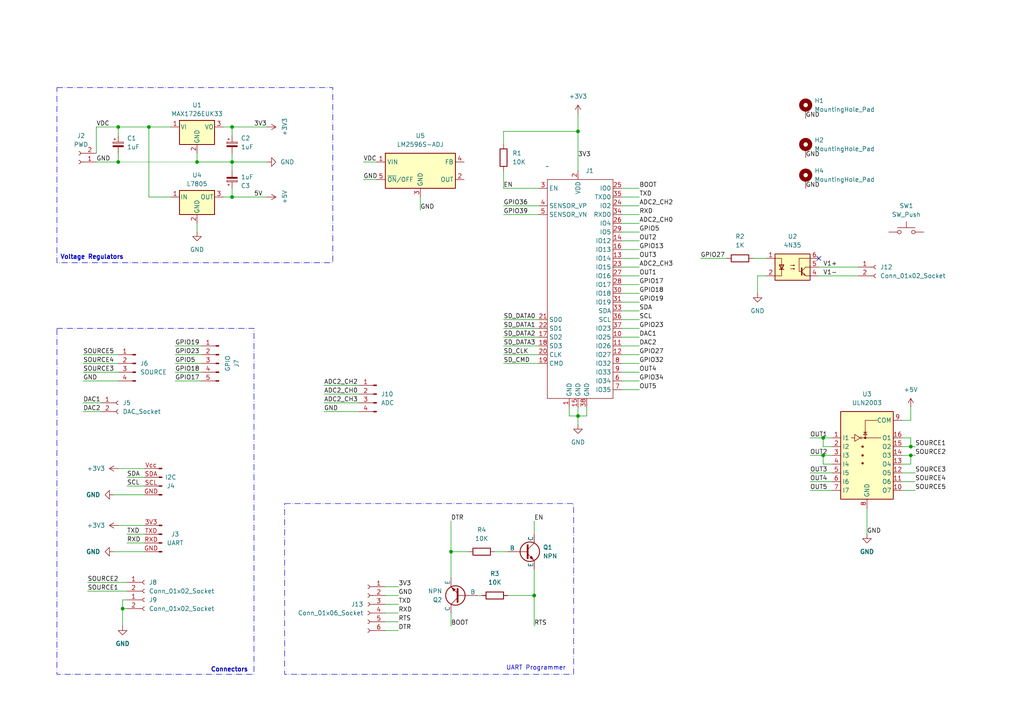
<source format=kicad_sch>
(kicad_sch (version 20231120) (generator "eeschema") (generator_version "8.0")
  (paper "A4")
  (lib_symbols
    (symbol "Alexander_Library_Symbols:Conn_I2C_01x04" (pin_names (offset 1.016) hide)
      (property "Reference" "J" (at 0 5.08 0))
      (property "Value" "I2C" (at 0 -7.62 0))
      (symbol "Conn_I2C_01x04_1_1"
        (polyline (pts (xy 1.27 -5.08) (xy 0.8636 -5.08)) (stroke (width 0.1524)))
        (polyline (pts (xy 1.27 -2.54) (xy 0.8636 -2.54)) (stroke (width 0.1524)))
        (polyline (pts (xy 1.27 0) (xy 0.8636 0)) (stroke (width 0.1524)))
        (polyline (pts (xy 1.27 2.54) (xy 0.8636 2.54)) (stroke (width 0.1524)))
        (rectangle (start 0.8636 -4.953) (end 0 -5.207) (stroke (width 0.1524)) (fill (type outline)))
        (rectangle (start 0.8636 -2.413) (end 0 -2.667) (stroke (width 0.1524)) (fill (type outline)))
        (rectangle (start 0.8636 0.127) (end 0 -0.127) (stroke (width 0.1524)) (fill (type outline)))
        (rectangle (start 0.8636 2.667) (end 0 2.413) (stroke (width 0.1524)) (fill (type outline)))
        (pin power_out line (at 5.08 -5.08 180) (length 3.81) (name "GND") (number "GND"))
        (pin bidirectional line (at 5.08 -2.54 180) (length 3.81) (name "SCL") (number "SCL"))
        (pin bidirectional line (at 5.08 0 180) (length 3.81) (name "SDA") (number "SDA"))
        (pin power_in line (at 5.08 2.54 180) (length 3.81) (name "VCC") (number "Vcc"))
      )
    )
    (symbol "Alexander_Library_Symbols:ESP32-WROOM-32D-SOCKET"
      (property "Reference" "J" (at 0 0 0))
      (symbol "ESP32-WROOM-32D-SOCKET_0_1"
        (rectangle (start 0 -3.81) (end 19.05 -67.31))
      )
      (symbol "ESP32-WROOM-32D-SOCKET_1_1"
        (pin power_out line (at 6.35 -69.85 90) (length 2.54) (name "GND") (number "1"))
        (pin bidirectional line (at 21.59 -49.53 180) (length 2.54) (name "IO25") (number "10"))
        (pin bidirectional line (at 21.59 -52.07 180) (length 2.54) (name "IO26") (number "11"))
        (pin bidirectional line (at 21.59 -54.61 180) (length 2.54) (name "IO27") (number "12"))
        (pin bidirectional line (at 21.59 -26.67 180) (length 2.54) (name "IO14") (number "13"))
        (pin bidirectional line (at 21.59 -21.59 180) (length 2.54) (name "IO12") (number "14"))
        (pin power_out line (at 8.89 -69.85 90) (length 2.54) (name "GND") (number "15"))
        (pin bidirectional line (at 21.59 -24.13 180) (length 2.54) (name "IO13") (number "16"))
        (pin input line (at -2.54 -49.53 0) (length 2.54) (name "SD2") (number "17"))
        (pin input line (at -2.54 -52.07 0) (length 2.54) (name "SD3") (number "18"))
        (pin input line (at -2.54 -57.15 0) (length 2.54) (name "CMD") (number "19"))
        (pin power_in line (at 8.89 -1.27 270) (length 2.54) (name "VDD") (number "2"))
        (pin input line (at -2.54 -54.61 0) (length 2.54) (name "CLK") (number "20"))
        (pin input line (at -2.54 -44.45 0) (length 2.54) (name "SD0") (number "21"))
        (pin input line (at -2.54 -46.99 0) (length 2.54) (name "SD1") (number "22"))
        (pin bidirectional line (at 21.59 -29.21 180) (length 2.54) (name "IO15") (number "23"))
        (pin bidirectional line (at 21.59 -11.43 180) (length 2.54) (name "IO2") (number "24"))
        (pin bidirectional line (at 21.59 -6.35 180) (length 2.54) (name "IO0") (number "25"))
        (pin bidirectional line (at 21.59 -16.51 180) (length 2.54) (name "IO4") (number "26"))
        (pin bidirectional line (at 21.59 -31.75 180) (length 2.54) (name "IO16") (number "27"))
        (pin bidirectional line (at 21.59 -34.29 180) (length 2.54) (name "IO17") (number "28"))
        (pin bidirectional line (at 21.59 -19.05 180) (length 2.54) (name "IO5") (number "29"))
        (pin input line (at -2.54 -6.35 0) (length 2.54) (name "EN") (number "3"))
        (pin bidirectional line (at 21.59 -36.83 180) (length 2.54) (name "IO18") (number "30"))
        (pin bidirectional line (at 21.59 -39.37 180) (length 2.54) (name "IO19") (number "31"))
        (pin bidirectional line (at 21.59 -41.91 180) (length 2.54) (name "SDA") (number "33"))
        (pin input line (at 21.59 -13.97 180) (length 2.54) (name "RXD0") (number "34"))
        (pin output line (at 21.59 -8.89 180) (length 2.54) (name "TXD0") (number "35"))
        (pin bidirectional line (at 21.59 -44.45 180) (length 2.54) (name "SCL") (number "36"))
        (pin bidirectional line (at 21.59 -46.99 180) (length 2.54) (name "IO23") (number "37"))
        (pin power_out line (at 11.43 -69.85 90) (length 2.54) (name "GND") (number "38"))
        (pin input line (at -2.54 -11.43 0) (length 2.54) (name "SENSOR_VP") (number "4"))
        (pin input line (at -2.54 -13.97 0) (length 2.54) (name "SENSOR_VN") (number "5"))
        (pin bidirectional line (at 21.59 -62.23 180) (length 2.54) (name "IO34") (number "6"))
        (pin bidirectional line (at 21.59 -64.77 180) (length 2.54) (name "IO35") (number "7"))
        (pin bidirectional line (at 21.59 -57.15 180) (length 2.54) (name "IO32") (number "8"))
        (pin bidirectional line (at 21.59 -59.69 180) (length 2.54) (name "IO33") (number "9"))
      )
    )
    (symbol "Conn_UART_1" (pin_names (offset 1.016) hide)
      (property "Reference" "J" (at 1.27 3.81 0))
      (property "Value" "UART" (at 2.54 -10.16 0))
      (symbol "Conn_UART_1_1_1"
        (polyline (pts (xy 1.27 -7.62) (xy 0.8636 -7.62)) (stroke (width 0.1524)))
        (polyline (pts (xy 1.27 -5.08) (xy 0.8636 -5.08)) (stroke (width 0.1524)))
        (polyline (pts (xy 1.27 -2.54) (xy 0.8636 -2.54)) (stroke (width 0.1524)))
        (polyline (pts (xy 1.27 0) (xy 0.8636 0)) (stroke (width 0.1524)))
        (rectangle (start 0.8636 -7.493) (end 0 -7.747) (stroke (width 0.1524)) (fill (type outline)))
        (rectangle (start 0.8636 -4.953) (end 0 -5.207) (stroke (width 0.1524)) (fill (type outline)))
        (rectangle (start 0.8636 -2.413) (end 0 -2.667) (stroke (width 0.1524)) (fill (type outline)))
        (rectangle (start 0.8636 0.127) (end 0 -0.127) (stroke (width 0.1524)) (fill (type outline)))
        (pin power_in line (at 5.08 0 180) (length 3.81) (name "3V3") (number "3V3"))
        (pin power_out line (at 5.08 -7.62 180) (length 3.81) (name "GND") (number "GND"))
        (pin input line (at 5.08 -5.08 180) (length 3.81) (name "RXD") (number "RXD"))
        (pin output line (at 5.08 -2.54 180) (length 3.81) (name "TXD") (number "TXD"))
      )
    )
    (symbol "Connector:Conn_01x02_Socket" (pin_names (offset 1.016) hide)
      (property "Reference" "J" (at 0 2.54 0))
      (property "Value" "Conn_01x02_Socket" (at 0 -5.08 0))
      (symbol "Conn_01x02_Socket_1_1"
        (arc (start 0 -2.032) (mid -0.5058 -2.54) (end 0 -3.048) (stroke (width 0.1524)))
        (polyline (pts (xy -1.27 -2.54) (xy -0.508 -2.54)) (stroke (width 0.1524)))
        (polyline (pts (xy -1.27 0) (xy -0.508 0)) (stroke (width 0.1524)))
        (arc (start 0 0.508) (mid -0.5058 0) (end 0 -0.508) (stroke (width 0.1524)))
        (pin passive line (at -5.08 0 0) (length 3.81) (name "Pin_1") (number "1"))
        (pin passive line (at -5.08 -2.54 0) (length 3.81) (name "Pin_2") (number "2"))
      )
    )
    (symbol "Connector:Conn_01x04_Pin" (pin_names (offset 1.016) hide)
      (property "Reference" "J" (at 0 5.08 0))
      (property "Value" "I2C" (at 0 -7.62 0))
      (symbol "Conn_01x04_Pin_1_1"
        (polyline (pts (xy 1.27 -5.08) (xy 0.8636 -5.08)) (stroke (width 0.1524)))
        (polyline (pts (xy 1.27 -2.54) (xy 0.8636 -2.54)) (stroke (width 0.1524)))
        (polyline (pts (xy 1.27 0) (xy 0.8636 0)) (stroke (width 0.1524)))
        (polyline (pts (xy 1.27 2.54) (xy 0.8636 2.54)) (stroke (width 0.1524)))
        (rectangle (start 0.8636 -4.953) (end 0 -5.207) (stroke (width 0.1524)) (fill (type outline)))
        (rectangle (start 0.8636 -2.413) (end 0 -2.667) (stroke (width 0.1524)) (fill (type outline)))
        (rectangle (start 0.8636 0.127) (end 0 -0.127) (stroke (width 0.1524)) (fill (type outline)))
        (rectangle (start 0.8636 2.667) (end 0 2.413) (stroke (width 0.1524)) (fill (type outline)))
        (pin passive line (at 5.08 2.54 180) (length 3.81) (name "Pin_1") (number "1"))
        (pin passive line (at 5.08 0 180) (length 3.81) (name "Pin_2") (number "2"))
        (pin passive line (at 5.08 -2.54 180) (length 3.81) (name "Pin_3") (number "3"))
        (pin passive line (at 5.08 -5.08 180) (length 3.81) (name "Pin_4") (number "4"))
      )
    )
    (symbol "Connector:Conn_01x05_Pin" (pin_names (offset 1.016) hide)
      (property "Reference" "J" (at 0 7.62 0))
      (property "Value" "Conn_01x05_Pin" (at 0 -7.62 0))
      (symbol "Conn_01x05_Pin_1_1"
        (polyline (pts (xy 1.27 -5.08) (xy 0.8636 -5.08)) (stroke (width 0.1524)))
        (polyline (pts (xy 1.27 -2.54) (xy 0.8636 -2.54)) (stroke (width 0.1524)))
        (polyline (pts (xy 1.27 0) (xy 0.8636 0)) (stroke (width 0.1524)))
        (polyline (pts (xy 1.27 2.54) (xy 0.8636 2.54)) (stroke (width 0.1524)))
        (polyline (pts (xy 1.27 5.08) (xy 0.8636 5.08)) (stroke (width 0.1524)))
        (rectangle (start 0.8636 -4.953) (end 0 -5.207) (stroke (width 0.1524)) (fill (type outline)))
        (rectangle (start 0.8636 -2.413) (end 0 -2.667) (stroke (width 0.1524)) (fill (type outline)))
        (rectangle (start 0.8636 0.127) (end 0 -0.127) (stroke (width 0.1524)) (fill (type outline)))
        (rectangle (start 0.8636 2.667) (end 0 2.413) (stroke (width 0.1524)) (fill (type outline)))
        (rectangle (start 0.8636 5.207) (end 0 4.953) (stroke (width 0.1524)) (fill (type outline)))
        (pin passive line (at 5.08 5.08 180) (length 3.81) (name "Pin_1") (number "1"))
        (pin passive line (at 5.08 2.54 180) (length 3.81) (name "Pin_2") (number "2"))
        (pin passive line (at 5.08 0 180) (length 3.81) (name "Pin_3") (number "3"))
        (pin passive line (at 5.08 -2.54 180) (length 3.81) (name "Pin_4") (number "4"))
        (pin passive line (at 5.08 -5.08 180) (length 3.81) (name "Pin_5") (number "5"))
      )
    )
    (symbol "Connector:Conn_01x06_Socket" (pin_names (offset 1.016) hide)
      (property "Reference" "J" (at 0 7.62 0))
      (property "Value" "Conn_01x06_Socket" (at 0 -10.16 0))
      (symbol "Conn_01x06_Socket_1_1"
        (arc (start 0 -7.112) (mid -0.5058 -7.62) (end 0 -8.128) (stroke (width 0.1524)))
        (arc (start 0 -4.572) (mid -0.5058 -5.08) (end 0 -5.588) (stroke (width 0.1524)))
        (arc (start 0 -2.032) (mid -0.5058 -2.54) (end 0 -3.048) (stroke (width 0.1524)))
        (polyline (pts (xy -1.27 -7.62) (xy -0.508 -7.62)) (stroke (width 0.1524)))
        (polyline (pts (xy -1.27 -5.08) (xy -0.508 -5.08)) (stroke (width 0.1524)))
        (polyline (pts (xy -1.27 -2.54) (xy -0.508 -2.54)) (stroke (width 0.1524)))
        (polyline (pts (xy -1.27 0) (xy -0.508 0)) (stroke (width 0.1524)))
        (polyline (pts (xy -1.27 2.54) (xy -0.508 2.54)) (stroke (width 0.1524)))
        (polyline (pts (xy -1.27 5.08) (xy -0.508 5.08)) (stroke (width 0.1524)))
        (arc (start 0 0.508) (mid -0.5058 0) (end 0 -0.508) (stroke (width 0.1524)))
        (arc (start 0 3.048) (mid -0.5058 2.54) (end 0 2.032) (stroke (width 0.1524)))
        (arc (start 0 5.588) (mid -0.5058 5.08) (end 0 4.572) (stroke (width 0.1524)))
        (pin passive line (at -5.08 5.08 0) (length 3.81) (name "Pin_1") (number "1"))
        (pin passive line (at -5.08 2.54 0) (length 3.81) (name "Pin_2") (number "2"))
        (pin passive line (at -5.08 0 0) (length 3.81) (name "Pin_3") (number "3"))
        (pin passive line (at -5.08 -2.54 0) (length 3.81) (name "Pin_4") (number "4"))
        (pin passive line (at -5.08 -5.08 0) (length 3.81) (name "Pin_5") (number "5"))
        (pin passive line (at -5.08 -7.62 0) (length 3.81) (name "Pin_6") (number "6"))
      )
    )
    (symbol "Device:C_Polarized_Small" (pin_numbers hide) (pin_names (offset 0.254) hide)
      (property "Reference" "C" (at 0.254 1.778 0))
      (property "Value" "C_Polarized_Small" (at 0.254 -2.032 0))
      (symbol "C_Polarized_Small_0_1"
        (rectangle (start -1.524 -0.3048) (end 1.524 -0.6858) (fill (type outline)))
        (rectangle (start -1.524 0.6858) (end 1.524 0.3048))
        (polyline (pts (xy -1.27 1.524) (xy -0.762 1.524)))
        (polyline (pts (xy -1.016 1.27) (xy -1.016 1.778)))
      )
      (symbol "C_Polarized_Small_1_1"
        (pin passive line (at 0 2.54 270) (length 1.8542) (name "~") (number "1"))
        (pin passive line (at 0 -2.54 90) (length 1.8542) (name "~") (number "2"))
      )
    )
    (symbol "Device:R" (pin_numbers hide) (pin_names (offset 0))
      (property "Reference" "R" (at 2.032 0 90))
      (property "Value" "R" (at 0 0 90))
      (symbol "R_0_1"
        (rectangle (start -1.016 -2.54) (end 1.016 2.54) (stroke (width 0.254)))
      )
      (symbol "R_1_1"
        (pin passive line (at 0 3.81 270) (length 1.27) (name "~") (number "1"))
        (pin passive line (at 0 -3.81 90) (length 1.27) (name "~") (number "2"))
      )
    )
    (symbol "GND_1" (power) (pin_numbers hide) (pin_names (offset 0) hide)
      (property "Value" "GND" (at 0 -3.81 0))
      (symbol "GND_1_0_1"
        (polyline (pts (xy 0 0) (xy 0 -1.27) (xy 1.27 -1.27) (xy 0 -2.54) (xy -1.27 -1.27) (xy 0 -1.27)))
      )
      (symbol "GND_1_1_1"
        (pin power_in line (at 0 0 270) (length 0) (name "~") (number "1"))
      )
    )
    (symbol "GND_2" (power) (pin_numbers hide) (pin_names (offset 0) hide)
      (property "Value" "GND" (at 0 -3.81 0))
      (symbol "GND_2_0_1"
        (polyline (pts (xy 0 0) (xy 0 -1.27) (xy 1.27 -1.27) (xy 0 -2.54) (xy -1.27 -1.27) (xy 0 -1.27)))
      )
      (symbol "GND_2_1_1"
        (pin power_in line (at 0 0 270) (length 0) (name "~") (number "1"))
      )
    )
    (symbol "Isolator:4N35" (pin_names (offset 1.016))
      (property "Reference" "U" (at -5.08 5.08 0))
      (property "Value" "4N35" (at 0 5.08 0))
      (symbol "4N35_0_1"
        (rectangle (start -5.08 3.81) (end 5.08 -3.81) (stroke (width 0.254)) (fill (type background)))
        (polyline (pts (xy -3.81 -0.635) (xy -2.54 -0.635)) (stroke (width 0.254)))
        (polyline (pts (xy 2.667 -1.397) (xy 3.81 -2.54)))
        (polyline (pts (xy 2.667 -1.143) (xy 3.81 0)))
        (polyline (pts (xy 3.81 -2.54) (xy 5.08 -2.54)))
        (polyline (pts (xy 3.81 0) (xy 5.08 0)))
        (polyline (pts (xy 2.667 -0.254) (xy 2.667 -2.286) (xy 2.667 -2.286)) (stroke (width 0.3556)))
        (polyline (pts (xy -5.08 -2.54) (xy -3.175 -2.54) (xy -3.175 2.54) (xy -5.08 2.54)))
        (polyline (pts (xy -3.175 -0.635) (xy -3.81 0.635) (xy -2.54 0.635) (xy -3.175 -0.635)) (stroke (width 0.254)))
        (polyline (pts (xy 3.683 -2.413) (xy 3.429 -1.905) (xy 3.175 -2.159) (xy 3.683 -2.413)))
        (polyline (pts (xy 5.08 2.54) (xy 1.905 2.54) (xy 1.905 -1.27) (xy 2.54 -1.27)))
        (polyline (pts (xy -0.635 -0.508) (xy 0.635 -0.508) (xy 0.254 -0.635) (xy 0.254 -0.381) (xy 0.635 -0.508)))
        (polyline (pts (xy -0.635 0.508) (xy 0.635 0.508) (xy 0.254 0.381) (xy 0.254 0.635) (xy 0.635 0.508)))
      )
      (symbol "4N35_1_1"
        (pin passive line (at -7.62 2.54 0) (length 2.54) (name "~") (number "1"))
        (pin passive line (at -7.62 -2.54 0) (length 2.54) (name "~") (number "2"))
        (pin no_connect line (at -5.08 0 0) (length 2.54) hide (name "NC") (number "3"))
        (pin passive line (at 7.62 -2.54 180) (length 2.54) (name "~") (number "4"))
        (pin passive line (at 7.62 0 180) (length 2.54) (name "~") (number "5"))
        (pin passive line (at 7.62 2.54 180) (length 2.54) (name "~") (number "6"))
      )
    )
    (symbol "Mechanical:MountingHole_Pad" (pin_numbers hide) (pin_names (offset 1.016) hide)
      (property "Reference" "H" (at 0 6.35 0))
      (property "Value" "MountingHole_Pad" (at 0 4.445 0))
      (symbol "MountingHole_Pad_0_1"
        (circle (center 0 1.27) (radius 1.27) (stroke (width 1.27)))
      )
      (symbol "MountingHole_Pad_1_1"
        (pin input line (at 0 -2.54 90) (length 2.54) (name "1") (number "1"))
      )
    )
    (symbol "Regulator_Linear:L7805" (pin_names (offset 0.254))
      (property "Reference" "U4" (at 0 6.35 0))
      (property "Value" "L7805" (at 0 3.81 0))
      (symbol "L7805_0_1"
        (rectangle (start -5.08 1.905) (end 5.08 -5.08) (stroke (width 0.254)) (fill (type background)))
      )
      (symbol "L7805_1_1"
        (pin power_in line (at -7.62 0 0) (length 2.54) (name "IN") (number "1"))
        (pin power_in line (at 0 -7.62 90) (length 2.54) (name "GND") (number "2"))
        (pin power_out line (at 7.62 0 180) (length 2.54) (name "OUT") (number "3"))
      )
    )
    (symbol "Regulator_Linear:LM78M05_TO220" (pin_names (offset 0.254))
      (property "Reference" "U" (at -3.81 3.175 0))
      (property "Value" "LM78M05_TO220" (at 0 3.175 0))
      (symbol "LM78M05_TO220_0_1"
        (rectangle (start -5.08 1.905) (end 5.08 -5.08) (stroke (width 0.254)) (fill (type background)))
      )
      (symbol "LM78M05_TO220_1_1"
        (pin power_in line (at -7.62 0 0) (length 2.54) (name "VI") (number "1"))
        (pin power_in line (at 0 -7.62 90) (length 2.54) (name "GND") (number "2"))
        (pin power_out line (at 7.62 0 180) (length 2.54) (name "VO") (number "3"))
      )
    )
    (symbol "Regulator_Switching:LM2596S-ADJ"
      (property "Reference" "U" (at -10.16 6.35 0))
      (property "Value" "LM2596S-ADJ" (at 0 6.35 0))
      (symbol "LM2596S-ADJ_0_1"
        (rectangle (start -10.16 5.08) (end 10.16 -5.08) (stroke (width 0.254)) (fill (type background)))
      )
      (symbol "LM2596S-ADJ_1_1"
        (pin power_in line (at -12.7 2.54 0) (length 2.54) (name "VIN") (number "1"))
        (pin output line (at 12.7 -2.54 180) (length 2.54) (name "OUT") (number "2"))
        (pin power_in line (at 0 -7.62 90) (length 2.54) (name "GND") (number "3"))
        (pin input line (at 12.7 2.54 180) (length 2.54) (name "FB") (number "4"))
        (pin input line (at -12.7 -2.54 0) (length 2.54) (name "~{ON}/OFF") (number "5"))
      )
    )
    (symbol "Simulation_SPICE:NPN" (pin_numbers hide) (pin_names (offset 0))
      (property "Reference" "Q" (at -2.54 7.62 0))
      (property "Value" "NPN" (at -2.54 5.08 0))
      (symbol "NPN_0_1"
        (polyline (pts (xy -2.54 0) (xy 0.635 0)) (stroke (width 0.1524)))
        (polyline (pts (xy 0.635 0.635) (xy 2.54 2.54)))
        (polyline (pts (xy 2.794 -1.27) (xy 2.794 -1.27)) (stroke (width 0.1524)))
        (polyline (pts (xy 2.794 -1.27) (xy 2.794 -1.27)) (stroke (width 0.1524)))
        (polyline (pts (xy 0.635 -0.635) (xy 2.54 -2.54) (xy 2.54 -2.54)))
        (polyline (pts (xy 0.635 1.905) (xy 0.635 -1.905) (xy 0.635 -1.905)) (stroke (width 0.508)))
        (polyline (pts (xy 1.27 -1.778) (xy 1.778 -1.27) (xy 2.286 -2.286) (xy 1.27 -1.778) (xy 1.27 -1.778)) (fill (type outline)))
        (circle (center 1.27 0) (radius 2.8194) (stroke (width 0.254)))
      )
      (symbol "NPN_1_1"
        (pin open_collector line (at 2.54 5.08 270) (length 2.54) (name "C") (number "1"))
        (pin input line (at -5.08 0 0) (length 2.54) (name "B") (number "2"))
        (pin open_emitter line (at 2.54 -5.08 90) (length 2.54) (name "E") (number "3"))
      )
    )
    (symbol "Switch:SW_Push" (pin_numbers hide) (pin_names (offset 1.016) hide)
      (property "Reference" "SW" (at 1.27 2.54 0))
      (property "Value" "SW_Push" (at 0 -1.524 0))
      (symbol "SW_Push_0_1"
        (circle (center -2.032 0) (radius 0.508))
        (polyline (pts (xy 0 1.27) (xy 0 3.048)))
        (polyline (pts (xy 2.54 1.27) (xy -2.54 1.27)))
        (circle (center 2.032 0) (radius 0.508))
        (pin passive line (at -5.08 0 0) (length 2.54) (name "1") (number "1"))
        (pin passive line (at 5.08 0 180) (length 2.54) (name "2") (number "2"))
      )
    )
    (symbol "Transistor_Array:ULN2003"
      (property "Reference" "U" (at 0 15.875 0))
      (property "Value" "ULN2003" (at 0 13.97 0))
      (symbol "ULN2003_0_1"
        (rectangle (start -7.62 -12.7) (end 7.62 12.7) (stroke (width 0.254)) (fill (type background)))
        (circle (center -1.778 5.08) (radius 0.254))
        (circle (center -1.27 -2.286) (radius 0.254) (fill (type outline)))
        (circle (center -1.27 0) (radius 0.254) (fill (type outline)))
        (circle (center -1.27 2.54) (radius 0.254) (fill (type outline)))
        (circle (center -0.508 5.08) (radius 0.254) (fill (type outline)))
        (polyline (pts (xy -4.572 5.08) (xy -3.556 5.08)))
        (polyline (pts (xy -1.524 5.08) (xy 4.064 5.08)))
        (polyline (pts (xy 0 6.731) (xy -1.016 6.731)))
        (polyline (pts (xy -0.508 5.08) (xy -0.508 10.16) (xy 2.921 10.16)))
        (polyline (pts (xy -3.556 6.096) (xy -3.556 4.064) (xy -2.032 5.08) (xy -3.556 6.096)))
        (polyline (pts (xy 0 5.969) (xy -1.016 5.969) (xy -0.508 6.731) (xy 0 5.969)))
      )
      (symbol "ULN2003_1_1"
        (pin input line (at -10.16 5.08 0) (length 2.54) (name "I1") (number "1"))
        (pin open_collector line (at 10.16 -10.16 180) (length 2.54) (name "O7") (number "10"))
        (pin open_collector line (at 10.16 -7.62 180) (length 2.54) (name "O6") (number "11"))
        (pin open_collector line (at 10.16 -5.08 180) (length 2.54) (name "O5") (number "12"))
        (pin open_collector line (at 10.16 -2.54 180) (length 2.54) (name "O4") (number "13"))
        (pin open_collector line (at 10.16 0 180) (length 2.54) (name "O3") (number "14"))
        (pin open_collector line (at 10.16 2.54 180) (length 2.54) (name "O2") (number "15"))
        (pin open_collector line (at 10.16 5.08 180) (length 2.54) (name "O1") (number "16"))
        (pin input line (at -10.16 2.54 0) (length 2.54) (name "I2") (number "2"))
        (pin input line (at -10.16 0 0) (length 2.54) (name "I3") (number "3"))
        (pin input line (at -10.16 -2.54 0) (length 2.54) (name "I4") (number "4"))
        (pin input line (at -10.16 -5.08 0) (length 2.54) (name "I5") (number "5"))
        (pin input line (at -10.16 -7.62 0) (length 2.54) (name "I6") (number "6"))
        (pin input line (at -10.16 -10.16 0) (length 2.54) (name "I7") (number "7"))
        (pin power_in line (at 0 -15.24 90) (length 2.54) (name "GND") (number "8"))
        (pin passive line (at 10.16 10.16 180) (length 2.54) (name "COM") (number "9"))
      )
    )
    (symbol "power:+3V3" (power) (pin_names (offset 0))
      (property "Value" "+3V3" (at 0 3.556 0))
      (symbol "+3V3_0_1"
        (polyline (pts (xy -0.762 1.27) (xy 0 2.54)))
        (polyline (pts (xy 0 0) (xy 0 2.54)))
        (polyline (pts (xy 0 2.54) (xy 0.762 1.27)))
      )
      (symbol "+3V3_1_1"
        (pin power_in line (at 0 0 90) (length 0) hide (name "+3V3") (number "1"))
      )
    )
    (symbol "power:+5V" (power) (pin_names (offset 0))
      (property "Value" "+5V" (at 0 3.556 0))
      (symbol "+5V_0_1"
        (polyline (pts (xy -0.762 1.27) (xy 0 2.54)))
        (polyline (pts (xy 0 0) (xy 0 2.54)))
        (polyline (pts (xy 0 2.54) (xy 0.762 1.27)))
      )
      (symbol "+5V_1_1"
        (pin power_in line (at 0 0 90) (length 0) hide (name "+5V") (number "1"))
      )
    )
    (symbol "power:GND" (power) (pin_names (offset 0))
      (property "Value" "GND" (at 0 -3.81 0))
      (symbol "GND_0_1"
        (polyline (pts (xy 0 0) (xy 0 -1.27) (xy 1.27 -1.27) (xy 0 -2.54) (xy -1.27 -1.27) (xy 0 -1.27)))
      )
      (symbol "GND_1_1"
        (pin power_in line (at 0 0 270) (length 0) hide (name "GND") (number "1"))
      )
    )
  )
  (junction (at 57.15 46.99))
  (junction (at 67.31 46.99))
  (junction (at 34.29 46.99))
  (junction (at 167.64 38.1))
  (junction (at 264.16 129.54))
  (junction (at 67.31 57.15))
  (junction (at 238.76 132.08))
  (junction (at 130.81 160.02))
  (junction (at 43.18 36.83))
  (junction (at 154.94 172.72))
  (junction (at 264.16 132.08))
  (junction (at 67.31 36.83))
  (junction (at 34.29 36.83))
  (junction (at 238.76 127))
  (junction (at 167.64 120.65))
  (junction (at 35.56 176.53))
  (no_connect (at 237.49 74.93))
  (wire (pts (xy 180.34 59.69) (xy 185.42 59.69)))
  (wire (pts (xy 57.15 64.77) (xy 57.15 67.31)))
  (wire (pts (xy 146.05 102.87) (xy 156.21 102.87)))
  (wire (pts (xy 35.56 173.99) (xy 35.56 176.53)))
  (wire (pts (xy 36.83 140.97) (xy 41.91 140.97)))
  (wire (pts (xy 111.76 180.34) (xy 115.57 180.34)))
  (wire (pts (xy 25.4 168.91) (xy 36.83 168.91)))
  (wire (pts (xy 180.34 64.77) (xy 185.42 64.77)))
  (wire (pts (xy 130.81 160.02) (xy 135.89 160.02)))
  (wire (pts (xy 146.05 100.33) (xy 156.21 100.33)))
  (wire (pts (xy 49.53 57.15) (xy 43.18 57.15)))
  (wire (pts (xy 36.83 154.94) (xy 41.91 154.94)))
  (wire (pts (xy 154.94 151.13) (xy 154.94 154.94)))
  (wire (pts (xy 167.64 33.02) (xy 167.64 38.1)))
  (wire (pts (xy 180.34 80.01) (xy 185.42 80.01)))
  (wire (pts (xy 180.34 82.55) (xy 185.42 82.55)))
  (wire (pts (xy 34.29 135.89) (xy 41.91 135.89)))
  (wire (pts (xy 143.51 160.02) (xy 147.32 160.02)))
  (wire (pts (xy 57.15 44.45) (xy 57.15 46.99)))
  (wire (pts (xy 104.14 114.3) (xy 93.98 114.3)))
  (wire (pts (xy 180.34 105.41) (xy 185.42 105.41)))
  (wire (pts (xy 34.29 107.95) (xy 24.13 107.95)))
  (wire (pts (xy 234.95 137.16) (xy 241.3 137.16)))
  (wire (pts (xy 165.1 120.65) (xy 167.64 120.65)))
  (wire (pts (xy 58.42 102.87) (xy 50.8 102.87)))
  (wire (pts (xy 67.31 44.45) (xy 67.31 46.99)))
  (wire (pts (xy 241.3 134.62) (xy 238.76 134.62)))
  (wire (pts (xy 34.29 102.87) (xy 24.13 102.87)))
  (wire (pts (xy 180.34 54.61) (xy 185.42 54.61)))
  (wire (pts (xy 264.16 121.92) (xy 261.62 121.92)))
  (wire (pts (xy 58.42 105.41) (xy 50.8 105.41)))
  (wire (pts (xy 121.92 57.15) (xy 121.92 60.96)))
  (wire (pts (xy 180.34 107.95) (xy 185.42 107.95)))
  (wire (pts (xy 234.95 139.7) (xy 241.3 139.7)))
  (wire (pts (xy 156.21 54.61) (xy 146.05 54.61)))
  (wire (pts (xy 111.76 182.88) (xy 115.57 182.88)))
  (wire (pts (xy 165.1 118.11) (xy 165.1 120.65)))
  (wire (pts (xy 43.18 36.83) (xy 49.53 36.83)))
  (wire (pts (xy 24.13 116.84) (xy 29.21 116.84)))
  (wire (pts (xy 146.05 62.23) (xy 156.21 62.23)))
  (wire (pts (xy 146.05 38.1) (xy 146.05 41.91)))
  (wire (pts (xy 105.41 52.07) (xy 109.22 52.07)))
  (wire (pts (xy 35.56 176.53) (xy 36.83 176.53)))
  (wire (pts (xy 34.29 152.4) (xy 41.91 152.4)))
  (wire (pts (xy 34.29 36.83) (xy 34.29 39.37)))
  (wire (pts (xy 261.62 139.7) (xy 265.43 139.7)))
  (wire (pts (xy 34.29 44.45) (xy 34.29 46.99)))
  (wire (pts (xy 167.64 120.65) (xy 167.64 123.19)))
  (wire (pts (xy 146.05 95.25) (xy 156.21 95.25)))
  (wire (pts (xy 264.16 118.11) (xy 264.16 121.92)))
  (wire (pts (xy 25.4 171.45) (xy 36.83 171.45)))
  (wire (pts (xy 261.62 132.08) (xy 264.16 132.08)))
  (wire (pts (xy 146.05 92.71) (xy 156.21 92.71)))
  (wire (pts (xy 180.34 110.49) (xy 185.42 110.49)))
  (wire (pts (xy 237.49 80.01) (xy 248.92 80.01)))
  (wire (pts (xy 24.13 110.49) (xy 34.29 110.49)))
  (wire (pts (xy 43.18 36.83) (xy 43.18 57.15)))
  (wire (pts (xy 218.44 74.93) (xy 222.25 74.93)))
  (wire (pts (xy 36.83 173.99) (xy 35.56 173.99)))
  (wire (pts (xy 67.31 57.15) (xy 77.47 57.15)))
  (wire (pts (xy 67.31 46.99) (xy 77.47 46.99)))
  (wire (pts (xy 154.94 165.1) (xy 154.94 172.72)))
  (wire (pts (xy 264.16 129.54) (xy 264.16 127)))
  (wire (pts (xy 180.34 95.25) (xy 185.42 95.25)))
  (wire (pts (xy 180.34 102.87) (xy 185.42 102.87)))
  (wire (pts (xy 64.77 57.15) (xy 67.31 57.15)))
  (wire (pts (xy 241.3 132.08) (xy 238.76 132.08)))
  (wire (pts (xy 41.91 143.51) (xy 33.02 143.51)))
  (wire (pts (xy 261.62 129.54) (xy 264.16 129.54)))
  (wire (pts (xy 36.83 157.48) (xy 41.91 157.48)))
  (wire (pts (xy 234.95 142.24) (xy 241.3 142.24)))
  (wire (pts (xy 146.05 38.1) (xy 167.64 38.1)))
  (wire (pts (xy 67.31 46.99) (xy 67.31 49.53)))
  (wire (pts (xy 180.34 57.15) (xy 185.42 57.15)))
  (wire (pts (xy 64.77 36.83) (xy 67.31 36.83)))
  (wire (pts (xy 180.34 100.33) (xy 185.42 100.33)))
  (wire (pts (xy 58.42 107.95) (xy 50.8 107.95)))
  (wire (pts (xy 251.46 147.32) (xy 251.46 154.94)))
  (wire (pts (xy 105.41 46.99) (xy 109.22 46.99)))
  (wire (pts (xy 264.16 132.08) (xy 265.43 132.08)))
  (wire (pts (xy 111.76 175.26) (xy 115.57 175.26)))
  (wire (pts (xy 57.15 46.99) (xy 67.31 46.99)))
  (wire (pts (xy 154.94 172.72) (xy 154.94 181.61)))
  (wire (pts (xy 111.76 177.8) (xy 115.57 177.8)))
  (wire (pts (xy 237.49 77.47) (xy 248.92 77.47)))
  (wire (pts (xy 180.34 87.63) (xy 185.42 87.63)))
  (wire (pts (xy 261.62 127) (xy 264.16 127)))
  (wire (pts (xy 146.05 105.41) (xy 156.21 105.41)))
  (wire (pts (xy 67.31 39.37) (xy 67.31 36.83)))
  (wire (pts (xy 180.34 62.23) (xy 185.42 62.23)))
  (wire (pts (xy 27.94 36.83) (xy 34.29 36.83)))
  (wire (pts (xy 180.34 72.39) (xy 185.42 72.39)))
  (wire (pts (xy 180.34 90.17) (xy 185.42 90.17)))
  (wire (pts (xy 264.16 129.54) (xy 265.43 129.54)))
  (wire (pts (xy 154.94 172.72) (xy 147.32 172.72)))
  (wire (pts (xy 130.81 151.13) (xy 130.81 160.02)))
  (wire (pts (xy 146.05 59.69) (xy 156.21 59.69)))
  (wire (pts (xy 41.91 160.02) (xy 33.02 160.02)))
  (wire (pts (xy 180.34 77.47) (xy 185.42 77.47)))
  (wire (pts (xy 203.2 74.93) (xy 210.82 74.93)))
  (wire (pts (xy 261.62 134.62) (xy 264.16 134.62)))
  (wire (pts (xy 180.34 69.85) (xy 185.42 69.85)))
  (wire (pts (xy 180.34 97.79) (xy 185.42 97.79)))
  (wire (pts (xy 180.34 113.03) (xy 185.42 113.03)))
  (wire (pts (xy 67.31 54.61) (xy 67.31 57.15)))
  (wire (pts (xy 264.16 134.62) (xy 264.16 132.08)))
  (wire (pts (xy 167.64 38.1) (xy 167.64 49.53)))
  (wire (pts (xy 138.43 172.72) (xy 139.7 172.72)))
  (wire (pts (xy 238.76 134.62) (xy 238.76 132.08)))
  (wire (pts (xy 219.71 85.09) (xy 219.71 80.01)))
  (wire (pts (xy 180.34 74.93) (xy 185.42 74.93)))
  (wire (pts (xy 24.13 119.38) (xy 29.21 119.38)))
  (wire (pts (xy 35.56 176.53) (xy 35.56 181.61)))
  (wire (pts (xy 170.18 120.65) (xy 167.64 120.65)))
  (wire (pts (xy 238.76 129.54) (xy 238.76 127)))
  (wire (pts (xy 130.81 177.8) (xy 130.81 181.61)))
  (wire (pts (xy 234.95 132.08) (xy 238.76 132.08)))
  (wire (pts (xy 180.34 67.31) (xy 185.42 67.31)))
  (wire (pts (xy 111.76 172.72) (xy 115.57 172.72)))
  (wire (pts (xy 241.3 127) (xy 238.76 127)))
  (wire (pts (xy 170.18 118.11) (xy 170.18 120.65)))
  (wire (pts (xy 261.62 137.16) (xy 265.43 137.16)))
  (wire (pts (xy 104.14 111.76) (xy 93.98 111.76)))
  (wire (pts (xy 234.95 127) (xy 238.76 127)))
  (wire (pts (xy 180.34 85.09) (xy 185.42 85.09)))
  (wire (pts (xy 58.42 110.49) (xy 50.8 110.49)))
  (wire (pts (xy 36.83 138.43) (xy 41.91 138.43)))
  (wire (pts (xy 180.34 92.71) (xy 185.42 92.71)))
  (wire (pts (xy 34.29 36.83) (xy 43.18 36.83)))
  (wire (pts (xy 111.76 170.18) (xy 115.57 170.18)))
  (wire (pts (xy 93.98 119.38) (xy 104.14 119.38)))
  (wire (pts (xy 146.05 97.79) (xy 156.21 97.79)))
  (wire (pts (xy 130.81 160.02) (xy 130.81 167.64)))
  (wire (pts (xy 146.05 49.53) (xy 146.05 54.61)))
  (wire (pts (xy 58.42 100.33) (xy 50.8 100.33)))
  (wire (pts (xy 261.62 142.24) (xy 265.43 142.24)))
  (wire (pts (xy 67.31 36.83) (xy 77.47 36.83)))
  (wire (pts (xy 27.94 46.99) (xy 34.29 46.99)))
  (wire (pts (xy 34.29 105.41) (xy 24.13 105.41)))
  (wire (pts (xy 219.71 80.01) (xy 222.25 80.01)))
  (wire (pts (xy 241.3 129.54) (xy 238.76 129.54)))
  (wire (pts (xy 167.64 118.11) (xy 167.64 120.65)))
  (wire (pts (xy 104.14 116.84) (xy 93.98 116.84)))
  (wire (pts (xy 34.29 46.99) (xy 57.15 46.99)) (stroke (width 0.0254)))
  (wire (pts (xy 27.94 36.83) (xy 27.94 44.45)))
  (rectangle (start 82.55 146.05) (end 166.37 195.58) (stroke (width 0) (type dash_dot)))
  (rectangle (start 16.51 95.25) (end 73.66 195.58) (stroke (width 0) (type dash_dot)))
  (rectangle (start 16.51 25.4) (end 96.52 76.2) (stroke (width 0) (type dash_dot)))
  (text "Voltage Regulators" (at 26.67 73.914 0) (effects (font (size 1.27 1.27) (thickness 0.254) (bold yes)) (justify top)))
  (text "UART Programmer" (at 155.448 193.802 0) (effects (font (size 1.27 1.27))))
  (text "Connectors\n" (at 66.548 194.31 0) (effects (font (size 1.27 1.27) (thickness 0.254) (bold yes))))
  (label "SOURCE5" (at 265.43 142.24 0))
  (label "GND" (at 233.68 34.29 0))
  (label "GND" (at 24.13 110.49 0))
  (label "SOURCE5" (at 24.13 102.87 0))
  (label "OUT5" (at 234.95 142.24 0))
  (label "SOURCE4" (at 24.13 105.41 0))
  (label "SD_DATA1" (at 146.05 95.25 0))
  (label "SOURCE1" (at 25.4 171.45 0))
  (label "TXD" (at 115.57 175.26 0))
  (label "GPIO27" (at 185.42 102.87 0))
  (label "GPIO5" (at 185.42 67.31 0))
  (label "SOURCE3" (at 24.13 107.95 0))
  (label "RTS" (at 154.94 181.61 0))
  (label "ADC2_CH2" (at 185.42 59.69 0))
  (label "OUT1" (at 185.42 80.01 0))
  (label "GND" (at 105.41 52.07 0))
  (label "OUT2" (at 185.42 69.85 0))
  (label "3V3" (at 115.57 170.18 0))
  (label "SD_DATA0" (at 146.05 92.71 0))
  (label "EN" (at 154.94 151.13 0))
  (label "GPIO23" (at 185.42 95.25 0))
  (label "VDC" (at 27.94 36.83 0))
  (label "GPIO13" (at 185.42 72.39 0))
  (label "SD_CLK" (at 146.05 102.87 0))
  (label "DAC2" (at 24.13 119.38 0))
  (label "TXD" (at 185.42 57.15 0))
  (label "OUT2" (at 234.95 132.08 0))
  (label "ADC2_CH2" (at 93.98 111.76 0))
  (label "SDA" (at 185.42 90.17 0))
  (label "GND" (at 121.92 60.96 0))
  (label "SD_CMD" (at 146.05 105.41 0))
  (label "ADC2_CH0" (at 93.98 114.3 0))
  (label "SD_DATA3" (at 146.05 100.33 0))
  (label "GPIO17" (at 185.42 82.55 0))
  (label "GPIO23" (at 50.8 102.87 0))
  (label "GPIO5" (at 50.8 105.41 0))
  (label "DTR" (at 130.81 151.13 0))
  (label "SD_DATA2" (at 146.05 97.79 0))
  (label "GPIO34" (at 185.42 110.49 0))
  (label "OUT3" (at 185.42 74.93 0))
  (label "GND" (at 93.98 119.38 0))
  (label "RTS" (at 115.57 180.34 0))
  (label "SCL" (at 185.42 92.71 0))
  (label "GPIO18" (at 185.42 85.09 0))
  (label "V1-" (at 238.76 80.01 0))
  (label "BOOT" (at 130.81 181.61 0))
  (label "RXD" (at 36.83 157.48 0))
  (label "VDC" (at 105.41 46.99 0))
  (label "GPIO27" (at 203.2 74.93 0))
  (label "SCL" (at 36.83 140.97 0))
  (label "GND" (at 115.57 172.72 0))
  (label "OUT4" (at 185.42 107.95 0))
  (label "3V3" (at 167.64 45.72 0))
  (label "ADC2_CH3" (at 185.42 77.47 0))
  (label "OUT5" (at 185.42 113.03 0))
  (label "GPIO39" (at 146.05 62.23 0))
  (label "SOURCE1" (at 265.43 129.54 0))
  (label "OUT3" (at 234.95 137.16 0))
  (label "GND" (at 233.68 45.72 0))
  (label "GPIO17" (at 50.8 110.49 0))
  (label "GPIO18" (at 50.8 107.95 0))
  (label "SOURCE2" (at 265.43 132.08 0))
  (label "BOOT" (at 185.42 54.61 0))
  (label "RXD" (at 115.57 177.8 0))
  (label "SOURCE3" (at 265.43 137.16 0))
  (label "OUT4" (at 234.95 139.7 0))
  (label "DTR" (at 115.57 182.88 0))
  (label "ADC2_CH0" (at 185.42 64.77 0))
  (label "5V" (at 73.66 57.15 0))
  (label "ADC2_CH3" (at 93.98 116.84 0))
  (label "GND" (at 233.68 54.61 0))
  (label "GPIO32" (at 185.42 105.41 0))
  (label "DAC2" (at 185.42 100.33 0))
  (label "DAC1" (at 185.42 97.79 0))
  (label "3V3" (at 73.66 36.83 0))
  (label "SDA" (at 36.83 138.43 0))
  (label "GPIO19" (at 50.8 100.33 0))
  (label "OUT1" (at 234.95 127 0))
  (label "GPIO36" (at 146.05 59.69 0))
  (label "GPIO19" (at 185.42 87.63 0))
  (label "GND" (at 27.94 46.99 0))
  (label "V1+" (at 238.76 77.47 0))
  (label "DAC1" (at 24.13 116.84 0))
  (label "EN" (at 146.05 54.61 0))
  (label "GND" (at 251.46 154.94 0))
  (label "SOURCE4" (at 265.43 139.7 0))
  (label "TXD" (at 36.83 154.94 0))
  (label "SOURCE2" (at 25.4 168.91 0))
  (label "RXD" (at 185.42 62.23 0))
  (symbol (lib_id "Connector:Conn_01x02_Socket") (at 34.29 116.84 0) (unit 1)
    (property "Reference" "J5" (at 35.56 116.84 0) (effects (justify left)))
    (property "Value" "DAC_Socket" (at 35.56 119.38 0) (effects (justify left)))
    (property "Footprint" "Connector_PinSocket_2.54mm:PinSocket_1x02_P2.54mm_Vertical" (effects (hide yes)))
  )
  (symbol (lib_id "power:GND") (at 77.47 46.99 90) (unit 1)
    (property "Reference" "#PWR03" (effects (hide yes)))
    (property "Value" "GND" (at 81.28 46.9899 90) (effects (justify right)))
  )
  (symbol (lib_id "Device:R") (at 143.51 172.72 270) (unit 1) (on_board no)
    (property "Reference" "R3" (at 143.51 166.37 90))
    (property "Value" "10K" (at 143.51 168.91 90))
    (property "Footprint" "Resistor_SMD:R_1210_3225Metric_Pad1.30x2.65mm_HandSolder" (effects (hide yes)))
    (property "Description" "Resistor" (effects (hide yes)))
  )
  (symbol (lib_id "Connector:Conn_01x04_Pin") (at 109.22 114.3 0) (mirror y) (unit 1)
    (property "Reference" "J10" (at 110.49 114.2999 0) (effects (justify right)))
    (property "Value" "ADC" (at 110.49 116.8399 0) (effects (justify right)))
    (property "Footprint" "Connector_PinSocket_2.54mm:PinSocket_1x04_P2.54mm_Vertical" (effects (hide yes)))
  )
  (symbol (lib_id "power:+3V3") (at 34.29 152.4 90) (unit 1)
    (property "Reference" "#PWR06" (effects (hide yes)))
    (property "Value" "+3V3" (at 30.48 152.3999 90) (effects (justify left)))
  )
  (symbol (lib_id "power:+3V3") (at 34.29 135.89 90) (unit 1)
    (property "Reference" "#PWR08" (effects (hide yes)))
    (property "Value" "+3V3" (at 30.48 135.89 90) (effects (justify left)))
  )
  (symbol (lib_id "power:+5V") (at 264.16 118.11 0) (unit 1)
    (property "Reference" "#PWR012" (effects (hide yes)))
    (property "Value" "+5V" (at 264.16 113.03 0))
  )
  (symbol (lib_id "Transistor_Array:ULN2003") (at 251.46 132.08 0) (unit 1)
    (property "Reference" "U3" (at 251.46 114.3 0))
    (property "Value" "ULN2003" (at 251.46 116.84 0))
    (property "Footprint" "Package_DIP:DIP-16_W7.62mm" (effects (hide yes)))
    (property "Datasheet" "http://www.ti.com/lit/ds/symlink/uln2003a.pdf" (effects (hide yes)))
  )
  (symbol (lib_id "Device:R") (at 139.7 160.02 270) (unit 1) (on_board no)
    (property "Reference" "R4" (at 139.7 153.67 90))
    (property "Value" "10K" (at 139.7 156.21 90))
    (property "Footprint" "Resistor_SMD:R_1210_3225Metric_Pad1.30x2.65mm_HandSolder" (effects (hide yes)))
    (property "Description" "Resistor" (effects (hide yes)))
  )
  (symbol (lib_name "Conn_UART_1") (lib_id "Alexander_Library_Symbols:Conn_UART") (at 46.99 152.4 0) (mirror y) (unit 1)
    (property "Reference" "J3" (at 50.8 154.94 0))
    (property "Value" "UART" (at 50.8 157.48 0))
    (property "Footprint" "Alexander Footprints Library:Conn_UART" (effects (hide yes)))
  )
  (symbol (lib_id "Device:C_Polarized_Small") (at 67.31 52.07 0) (mirror x) (unit 1)
    (property "Reference" "C3" (at 69.85 53.8861 0) (effects (justify left)))
    (property "Value" "1uF" (at 69.85 51.3461 0) (effects (justify left)))
    (property "Footprint" "Capacitor_THT:CP_Radial_D4.0mm_P2.00mm" (effects (hide yes)))
  )
  (symbol (lib_id "Device:C_Polarized_Small") (at 34.29 41.91 0) (unit 1)
    (property "Reference" "C1" (at 36.83 40.0939 0) (effects (justify left)))
    (property "Value" "1uF" (at 36.83 42.6339 0) (effects (justify left)))
    (property "Footprint" "Capacitor_THT:CP_Radial_D4.0mm_P2.00mm" (effects (hide yes)))
  )
  (symbol (lib_id "Device:R") (at 214.63 74.93 90) (unit 1)
    (property "Reference" "R2" (at 214.63 68.58 90))
    (property "Value" "1K" (at 214.63 71.12 90))
    (property "Footprint" "Resistor_SMD:R_1210_3225Metric_Pad1.30x2.65mm_HandSolder" (effects (hide yes)))
  )
  (symbol (lib_id "power:GND") (at 33.02 143.51 270) (unit 1)
    (property "Reference" "#PWR09" (effects (hide yes)))
    (property "Value" "GND" (at 29.21 143.51 90) (effects (font (bold yes)) (justify right)))
  )
  (symbol (lib_id "power:GND") (at 33.02 160.02 270) (unit 1)
    (property "Reference" "#PWR07" (effects (hide yes)))
    (property "Value" "GND" (at 29.21 160.02 90) (effects (font (bold yes)) (justify right)))
  )
  (symbol (lib_id "Connector:Conn_01x05_Pin") (at 63.5 105.41 0) (mirror y) (unit 1)
    (property "Reference" "J7" (at 68.58 105.41 90))
    (property "Value" "GPIO" (at 66.04 105.41 90))
    (property "Footprint" "Connector_PinSocket_2.54mm:PinSocket_1x05_P2.54mm_Vertical" (effects (hide yes)))
  )
  (symbol (lib_id "Connector:Conn_01x02_Socket") (at 254 77.47 0) (unit 1)
    (property "Reference" "J12" (at 255.27 77.4699 0) (effects (justify left)))
    (property "Value" "Conn_01x02_Socket" (at 255.27 80.0099 0) (effects (justify left)))
    (property "Footprint" "Connector_PinSocket_2.54mm:PinSocket_1x02_P2.54mm_Vertical" (effects (hide yes)))
    (property "Description" "Generic connector, single row, 01x02, script generated" (effects (hide yes)))
  )
  (symbol (lib_id "Mechanical:MountingHole_Pad") (at 233.68 43.18 0) (unit 1)
    (property "Reference" "H2" (at 236.22 40.64 0) (effects (justify left)))
    (property "Value" "MountingHole_Pad" (at 236.22 43.18 0) (effects (justify left)))
    (property "Footprint" "MountingHole:MountingHole_3mm" (effects (hide yes)))
  )
  (symbol (lib_id "power:GND") (at 251.46 154.94 0) (unit 1)
    (property "Reference" "#PWR010" (effects (hide yes)))
    (property "Value" "GND" (at 251.46 160.02 0) (effects (font (bold yes))))
  )
  (symbol (lib_id "Connector:Conn_01x02_Socket") (at 41.91 173.99 0) (unit 1)
    (property "Reference" "J9" (at 43.18 173.99 0) (effects (justify left)))
    (property "Value" "Conn_01x02_Socket" (at 43.18 176.53 0) (effects (justify left)))
    (property "Footprint" "Alexander Footprints Library:Conn_Terminal_5mm" (effects (hide yes)))
  )
  (symbol (lib_id "Connector:Conn_01x04_Pin") (at 39.37 105.41 0) (mirror y) (unit 1)
    (property "Reference" "J6" (at 40.64 105.4099 0) (effects (justify right)))
    (property "Value" "SOURCE" (at 40.64 107.9499 0) (effects (justify right)))
    (property "Footprint" "Connector_PinSocket_2.54mm:PinSocket_1x04_P2.54mm_Vertical" (effects (hide yes)))
  )
  (symbol (lib_name "GND_1") (lib_id "power:GND") (at 35.56 181.61 0) (unit 1)
    (property "Reference" "#PWR014" (effects (hide yes)))
    (property "Value" "GND" (at 35.56 186.69 0) (effects (font (bold yes))))
    (property "Description" "Power symbol creates a global label with name \"GND\" , ground" (effects (hide yes)))
  )
  (symbol (lib_id "Connector:Conn_01x02_Socket") (at 41.91 168.91 0) (unit 1)
    (property "Reference" "J8" (at 43.18 168.91 0) (effects (justify left)))
    (property "Value" "Conn_01x02_Socket" (at 43.18 171.45 0) (effects (justify left)))
    (property "Footprint" "Alexander Footprints Library:Conn_Terminal_5mm" (effects (hide yes)))
  )
  (symbol (lib_id "Connector:Conn_01x02_Socket") (at 22.86 46.99 180) (unit 1)
    (property "Reference" "J2" (at 23.495 39.37 0))
    (property "Value" "PWD" (at 23.495 41.91 0))
    (property "Footprint" "Connector_PinSocket_2.54mm:PinSocket_1x02_P2.54mm_Vertical" (effects (hide yes)))
  )
  (symbol (lib_id "Regulator_Linear:L7805") (at 57.15 57.15 0) (unit 1)
    (property "Reference" "U4" (at 57.15 50.8 0))
    (property "Value" "L7805" (at 57.15 53.34 0))
    (property "Footprint" "Alexander Footprints Library:LD1117" (effects (hide yes)))
    (property "Datasheet" "datasheets/Voltage-Regulator_L7805.pdf" (effects (hide yes)))
    (property "Description" "Voltage Regulator 1.5A Positive" (effects (hide yes)))
  )
  (symbol (lib_id "Simulation_SPICE:NPN") (at 152.4 160.02 0) (unit 1) (on_board no)
    (property "Reference" "Q1" (at 157.48 158.7499 0) (effects (justify left)))
    (property "Value" "NPN" (at 157.48 161.2899 0) (effects (justify left)))
    (property "Footprint" "Package_TO_SOT_THT:TO-92_Inline_W4.0mm_Horizontal_FlatSideDown" (effects (hide yes)))
    (property "Datasheet" "https://ngspice.sourceforge.io/docs/ngspice-html-manual/manual.xhtml#cha_BJTs" (effects (hide yes)))
    (property "Description" "Bipolar transistor symbol for simulation only, substrate tied to the emitter" (effects (hide yes)))
    (property "Sim.Device" "NPN" (effects (hide yes)))
    (property "Sim.Type" "GUMMELPOON" (effects (hide yes)))
    (property "Sim.Pins" "1=C 2=B 3=E" (effects (hide yes)))
  )
  (symbol (lib_id "power:GND") (at 57.15 67.31 0) (unit 1)
    (property "Reference" "#PWR013" (effects (hide yes)))
    (property "Value" "GND" (at 57.15 72.39 0))
  )
  (symbol (lib_id "Device:C_Polarized_Small") (at 67.31 41.91 0) (unit 1)
    (property "Reference" "C2" (at 69.85 40.0939 0) (effects (justify left)))
    (property "Value" "1uF" (at 69.85 42.6339 0) (effects (justify left)))
    (property "Footprint" "Capacitor_THT:CP_Radial_D4.0mm_P2.00mm" (effects (hide yes)))
  )
  (symbol (lib_id "Switch:SW_Push") (at 262.89 67.31 0) (unit 1)
    (property "Reference" "SW1" (at 262.89 59.69 0))
    (property "Value" "SW_Push" (at 262.89 62.23 0))
    (property "Description" "Push button switch, generic, two pins" (effects (hide yes)))
  )
  (symbol (lib_id "power:+3V3") (at 167.64 33.02 0) (unit 1)
    (property "Reference" "#PWR02" (effects (hide yes)))
    (property "Value" "+3V3" (at 167.64 27.94 0))
  )
  (symbol (lib_id "Simulation_SPICE:NPN") (at 133.35 172.72 180) (unit 1) (on_board no)
    (property "Reference" "Q2" (at 128.27 173.9901 0) (effects (justify left)))
    (property "Value" "NPN" (at 128.27 171.4501 0) (effects (justify left)))
    (property "Footprint" "Package_TO_SOT_THT:TO-92_Inline_W4.0mm_Horizontal_FlatSideDown" (effects (hide yes)))
    (property "Datasheet" "https://ngspice.sourceforge.io/docs/ngspice-html-manual/manual.xhtml#cha_BJTs" (effects (hide yes)))
    (property "Description" "Bipolar transistor symbol for simulation only, substrate tied to the emitter" (effects (hide yes)))
    (property "Sim.Device" "NPN" (effects (hide yes)))
    (property "Sim.Type" "GUMMELPOON" (effects (hide yes)))
    (property "Sim.Pins" "1=C 2=B 3=E" (effects (hide yes)))
  )
  (symbol (lib_id "power:+5V") (at 77.47 57.15 270) (unit 1)
    (property "Reference" "#PWR05" (effects (hide yes)))
    (property "Value" "+5V" (at 82.55 57.15 0))
  )
  (symbol (lib_id "Mechanical:MountingHole_Pad") (at 233.68 31.75 0) (unit 1)
    (property "Reference" "H1" (at 236.22 29.21 0) (effects (justify left)))
    (property "Value" "MountingHole_Pad" (at 236.22 31.75 0) (effects (justify left)))
    (property "Footprint" "MountingHole:MountingHole_3mm" (effects (hide yes)))
  )
  (symbol (lib_id "Regulator_Linear:LM78M05_TO220") (at 57.15 36.83 0) (unit 1)
    (property "Reference" "U1" (at 57.15 30.48 0))
    (property "Value" "MAX1726EUK33" (at 57.15 33.02 0))
    (property "Footprint" "Package_TO_SOT_SMD:SOT-223-3_TabPin2" (effects (hide yes)))
    (property "Datasheet" "https://www.onsemi.com/pub/Collateral/MC78M00-D.PDF" (effects (hide yes)))
  )
  (symbol (lib_id "Regulator_Switching:LM2596S-ADJ") (at 121.92 49.53 0) (unit 1)
    (property "Reference" "U5" (at 121.92 39.37 0))
    (property "Value" "LM2596S-ADJ" (at 121.92 41.91 0))
    (property "Footprint" "Package_TO_SOT_SMD:TO-263-5_TabPin3" (effects (hide yes)))
    (property "Datasheet" "http://www.ti.com/lit/ds/symlink/lm2596.pdf" (effects (hide yes)))
    (property "Description" "Adjustable 3A Step-Down Voltage Regulator, TO-263" (effects (hide yes)))
  )
  (symbol (lib_id "Mechanical:MountingHole_Pad") (at 233.68 52.07 0) (unit 1)
    (property "Reference" "H4" (at 236.22 49.53 0) (effects (justify left)))
    (property "Value" "MountingHole_Pad" (at 236.22 52.07 0) (effects (justify left)))
    (property "Footprint" "MountingHole:MountingHole_3mm" (effects (hide yes)))
  )
  (symbol (lib_id "Isolator:4N35") (at 229.87 77.47 0) (unit 1)
    (property "Reference" "U2" (at 229.87 68.58 0))
    (property "Value" "4N35" (at 229.87 71.12 0))
    (property "Footprint" "Package_DIP:DIP-6_W7.62mm" (effects (hide yes)))
    (property "Datasheet" "https://www.vishay.com/docs/81181/4n35.pdf" (effects (hide yes)))
    (property "Description" "Optocoupler, Phototransistor Output, with Base Connection, Vce 70V, CTR 100%, Viso 5000V, DIP6" (effects (hide yes)))
  )
  (symbol (lib_id "power:+3V3") (at 77.47 36.83 270) (unit 1)
    (property "Reference" "#PWR04" (effects (hide yes)))
    (property "Value" "+3V3" (at 82.55 36.83 0))
  )
  (symbol (lib_id "Alexander_Library_Symbols:Conn_I2C_01x04") (at 46.99 138.43 0) (mirror y) (unit 1)
    (property "Reference" "J4" (at 49.53 140.97 0))
    (property "Value" "I2C" (at 49.53 138.43 0))
    (property "Footprint" "Alexander Footprints Library:Conn_I2C" (effects (hide yes)))
  )
  (symbol (lib_id "Device:R") (at 146.05 45.72 0) (unit 1)
    (property "Reference" "R1" (at 148.59 44.45 0) (effects (justify left)))
    (property "Value" "10K" (at 148.59 46.99 0) (effects (justify left)))
    (property "Footprint" "Resistor_SMD:R_1210_3225Metric_Pad1.30x2.65mm_HandSolder" (effects (hide yes)))
  )
  (symbol (lib_name "GND_2") (lib_id "power:GND") (at 219.71 85.09 0) (unit 1)
    (property "Reference" "#PWR011" (effects (hide yes)))
    (property "Value" "GND" (at 219.71 90.17 0))
    (property "Description" "Power symbol creates a global label with name \"GND\" , ground" (effects (hide yes)))
  )
  (symbol (lib_id "Connector:Conn_01x06_Socket") (at 106.68 175.26 0) (mirror y) (unit 1)
    (property "Reference" "J13" (at 105.41 175.2599 0) (effects (justify left)))
    (property "Value" "Conn_01x06_Socket" (at 105.41 177.7999 0) (effects (justify left)))
    (property "Footprint" "Connector_PinSocket_2.54mm:PinSocket_1x06_P2.54mm_Vertical" (effects (hide yes)))
    (property "Description" "Generic connector, single row, 01x06, script generated" (effects (hide yes)))
  )
  (symbol (lib_id "power:GND") (at 167.64 123.19 0) (unit 1)
    (property "Reference" "#PWR01" (effects (hide yes)))
    (property "Value" "GND" (at 167.64 128.27 0))
  )
  (symbol (lib_id "Alexander_Library_Symbols:ESP32-WROOM-32D-SOCKET") (at 158.75 48.26 0) (unit 1)
    (property "Reference" "J1" (at 169.8341 49.53 0) (effects (justify left)))
    (property "Value" "~" (at 158.75 48.26 0))
    (property "Footprint" "Alexander Footprints Library:ESP32-WROOM-Adapter-Socket-2" (effects (hide yes)))
  )
)
</source>
